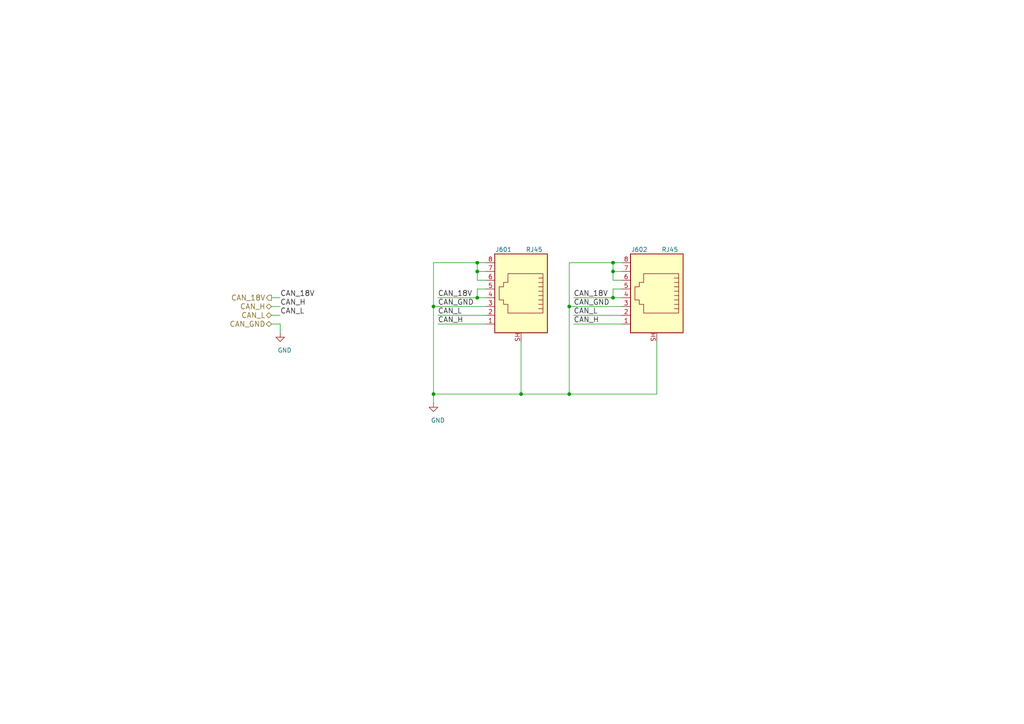
<source format=kicad_sch>
(kicad_sch (version 20211123) (generator eeschema)
  (paper "A4")
  (lib_symbols
    (symbol "Connector:RJ45_Shielded" (pin_names (offset 1.016))
      (property "Reference" "J" (at -5.08 13.97 0))
      (property "Value" "RJ45_Shielded" (at 2.54 13.97 0))
      (symbol "RJ45_Shielded_0_1"
        (polyline (pts (xy -5.08 4.445) (xy -6.35 4.445)))
        (polyline (pts (xy -5.08 5.715) (xy -6.35 5.715)))
        (polyline (pts (xy -6.35 -3.175) (xy -5.08 -3.175) (xy -5.08 -3.175)))
        (polyline (pts (xy -6.35 -1.905) (xy -5.08 -1.905) (xy -5.08 -1.905)))
        (polyline (pts (xy -6.35 -0.635) (xy -5.08 -0.635) (xy -5.08 -0.635)))
        (polyline (pts (xy -6.35 0.635) (xy -5.08 0.635) (xy -5.08 0.635)))
        (polyline (pts (xy -6.35 1.905) (xy -5.08 1.905) (xy -5.08 1.905)))
        (polyline (pts (xy -5.08 3.175) (xy -6.35 3.175) (xy -6.35 3.175)))
        (polyline (pts (xy -6.35 -4.445) (xy -6.35 6.985) (xy 3.81 6.985) (xy 3.81 4.445) (xy 5.08 4.445) (xy 5.08 3.175) (xy 6.35 3.175) (xy 6.35 -0.635) (xy 5.08 -0.635) (xy 5.08 -1.905) (xy 3.81 -1.905) (xy 3.81 -4.445) (xy -6.35 -4.445) (xy -6.35 -4.445)))
        (rectangle (start 7.62 12.7) (end -7.62 -10.16) (stroke (width 0.254)) (fill (type background)))
      )
      (symbol "RJ45_Shielded_1_1"
        (pin passive line (at 10.16 -7.62 180) (length 2.54) (name "~") (number "1"))
        (pin passive line (at 10.16 -5.08 180) (length 2.54) (name "~") (number "2"))
        (pin passive line (at 10.16 -2.54 180) (length 2.54) (name "~") (number "3"))
        (pin passive line (at 10.16 0 180) (length 2.54) (name "~") (number "4"))
        (pin passive line (at 10.16 2.54 180) (length 2.54) (name "~") (number "5"))
        (pin passive line (at 10.16 5.08 180) (length 2.54) (name "~") (number "6"))
        (pin passive line (at 10.16 7.62 180) (length 2.54) (name "~") (number "7"))
        (pin passive line (at 10.16 10.16 180) (length 2.54) (name "~") (number "8"))
        (pin passive line (at 0 -12.7 90) (length 2.54) (name "~") (number "SH"))
      )
    )
    (symbol "power:GND" (power) (pin_names (offset 0))
      (property "Value" "GND" (at 0 -3.81 0))
      (symbol "GND_0_1"
        (polyline (pts (xy 0 0) (xy 0 -1.27) (xy 1.27 -1.27) (xy 0 -2.54) (xy -1.27 -1.27) (xy 0 -1.27)))
      )
      (symbol "GND_1_1"
        (pin power_in line (at 0 0 270) (length 0) hide (name "GND") (number "1"))
      )
    )
  )
  (junction (at 151.13 114.3))
  (junction (at 165.1 114.3))
  (junction (at 177.8 86.36))
  (junction (at 177.8 76.2))
  (junction (at 138.43 86.36))
  (junction (at 125.73 88.9))
  (junction (at 138.43 78.74))
  (junction (at 138.43 76.2))
  (junction (at 165.1 88.9))
  (junction (at 177.8 78.74))
  (junction (at 125.73 114.3))
  (wire (pts (xy 166.37 91.44) (xy 180.34 91.44)))
  (wire (pts (xy 165.1 88.9) (xy 180.34 88.9)))
  (wire (pts (xy 140.97 81.28) (xy 138.43 81.28)))
  (wire (pts (xy 140.97 93.98) (xy 127 93.98)))
  (wire (pts (xy 78.74 88.9) (xy 81.28 88.9)))
  (wire (pts (xy 125.73 114.3) (xy 151.13 114.3)))
  (wire (pts (xy 180.34 83.82) (xy 177.8 83.82)))
  (wire (pts (xy 81.28 93.98) (xy 81.28 96.52)))
  (wire (pts (xy 165.1 114.3) (xy 190.5 114.3)))
  (wire (pts (xy 138.43 78.74) (xy 138.43 76.2)))
  (wire (pts (xy 177.8 83.82) (xy 177.8 86.36)))
  (wire (pts (xy 151.13 114.3) (xy 165.1 114.3)))
  (wire (pts (xy 165.1 88.9) (xy 165.1 114.3)))
  (wire (pts (xy 166.37 86.36) (xy 177.8 86.36)))
  (wire (pts (xy 177.8 86.36) (xy 180.34 86.36)))
  (wire (pts (xy 190.5 114.3) (xy 190.5 99.06)))
  (wire (pts (xy 180.34 78.74) (xy 177.8 78.74)))
  (wire (pts (xy 140.97 78.74) (xy 138.43 78.74)))
  (wire (pts (xy 125.73 114.3) (xy 125.73 116.84)))
  (wire (pts (xy 138.43 81.28) (xy 138.43 78.74)))
  (wire (pts (xy 177.8 81.28) (xy 177.8 78.74)))
  (wire (pts (xy 151.13 114.3) (xy 151.13 99.06)))
  (wire (pts (xy 127 86.36) (xy 138.43 86.36)))
  (wire (pts (xy 140.97 76.2) (xy 138.43 76.2)))
  (wire (pts (xy 140.97 83.82) (xy 138.43 83.82)))
  (wire (pts (xy 125.73 88.9) (xy 140.97 88.9)))
  (wire (pts (xy 78.74 86.36) (xy 81.28 86.36)))
  (wire (pts (xy 78.74 93.98) (xy 81.28 93.98)))
  (wire (pts (xy 177.8 76.2) (xy 165.1 76.2)))
  (wire (pts (xy 81.28 91.44) (xy 78.74 91.44)))
  (wire (pts (xy 138.43 86.36) (xy 140.97 86.36)))
  (wire (pts (xy 127 91.44) (xy 140.97 91.44)))
  (wire (pts (xy 125.73 88.9) (xy 125.73 114.3)))
  (wire (pts (xy 138.43 76.2) (xy 125.73 76.2)))
  (wire (pts (xy 165.1 76.2) (xy 165.1 88.9)))
  (wire (pts (xy 138.43 83.82) (xy 138.43 86.36)))
  (wire (pts (xy 180.34 76.2) (xy 177.8 76.2)))
  (wire (pts (xy 180.34 81.28) (xy 177.8 81.28)))
  (wire (pts (xy 177.8 78.74) (xy 177.8 76.2)))
  (wire (pts (xy 125.73 76.2) (xy 125.73 88.9)))
  (wire (pts (xy 180.34 93.98) (xy 166.37 93.98)))
  (label "CAN_GND" (at 127 88.9 0) (effects (font (size 1.524 1.524))))
  (label "CAN_H" (at 166.37 93.98 0) (effects (font (size 1.524 1.524))))
  (label "CAN_H" (at 81.28 88.9 0) (effects (font (size 1.524 1.524))))
  (label "CAN_18V" (at 166.37 86.36 0) (effects (font (size 1.524 1.524))))
  (label "CAN_L" (at 81.28 91.44 0) (effects (font (size 1.524 1.524))))
  (label "CAN_L" (at 166.37 91.44 0) (effects (font (size 1.524 1.524))))
  (label "CAN_L" (at 127 91.44 0) (effects (font (size 1.524 1.524))))
  (label "CAN_18V" (at 127 86.36 0) (effects (font (size 1.524 1.524))))
  (label "CAN_GND" (at 166.37 88.9 0) (effects (font (size 1.524 1.524))))
  (label "CAN_18V" (at 81.28 86.36 0) (effects (font (size 1.524 1.524))))
  (label "CAN_H" (at 127 93.98 0) (effects (font (size 1.524 1.524))))
  (hierarchical_label "CAN_GND" (shape bidirectional) (at 78.74 93.98 180) (effects (font (size 1.524 1.524))))
  (hierarchical_label "CAN_L" (shape bidirectional) (at 78.74 91.44 180) (effects (font (size 1.524 1.524))))
  (hierarchical_label "CAN_18V" (shape output) (at 78.74 86.36 180) (effects (font (size 1.524 1.524))))
  (hierarchical_label "CAN_H" (shape bidirectional) (at 78.74 88.9 180) (effects (font (size 1.524 1.524))))
  (symbol (lib_id "Connector:RJ45_Shielded") (at 190.5 86.36 0) (mirror y) (unit 1)
    (property "Reference" "J602" (at 185.42 72.39 0))
    (property "Value" "RJ45" (at 194.31 72.39 0))
    (property "Footprint" "KicadZeniteSolarLibrary18:RJ45_YH59_01" (effects hide))
  )
  (symbol (lib_id "Connector:RJ45_Shielded") (at 151.13 86.36 0) (mirror y) (unit 1)
    (property "Reference" "J601" (at 146.05 72.39 0))
    (property "Value" "RJ45" (at 154.94 72.39 0))
    (property "Footprint" "KicadZeniteSolarLibrary18:RJ45_YH59_01" (effects hide))
  )
  (symbol (lib_id "power:GND") (at 125.73 116.84 0) (unit 1)
    (property "Reference" "#PWR0602" (effects hide))
    (property "Value" "GND" (at 127 121.92 0))
  )
  (symbol (lib_id "power:GND") (at 81.28 96.52 0) (unit 1)
    (property "Reference" "#PWR0601" (effects hide))
    (property "Value" "GND" (at 82.55 101.6 0))
  )
)
</source>
